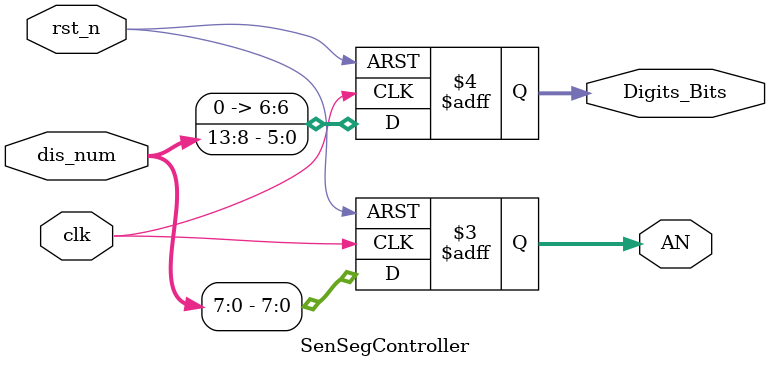
<source format=v>
`timescale 1ns / 1ps


module SenSegController(
    input wire  clk,
    input wire rst_n,
    input wire [31:0] dis_num,
    output reg [7:0] AN,
    output reg [6:0] Digits_Bits
    );
    always @(posedge clk or negedge rst_n)
    if(!rst_n) begin
        AN<=0;
        Digits_Bits<=0;
        end
    else begin    
    AN<=dis_num[7:0];
    Digits_Bits<=dis_num[13:8];
    end
endmodule

</source>
